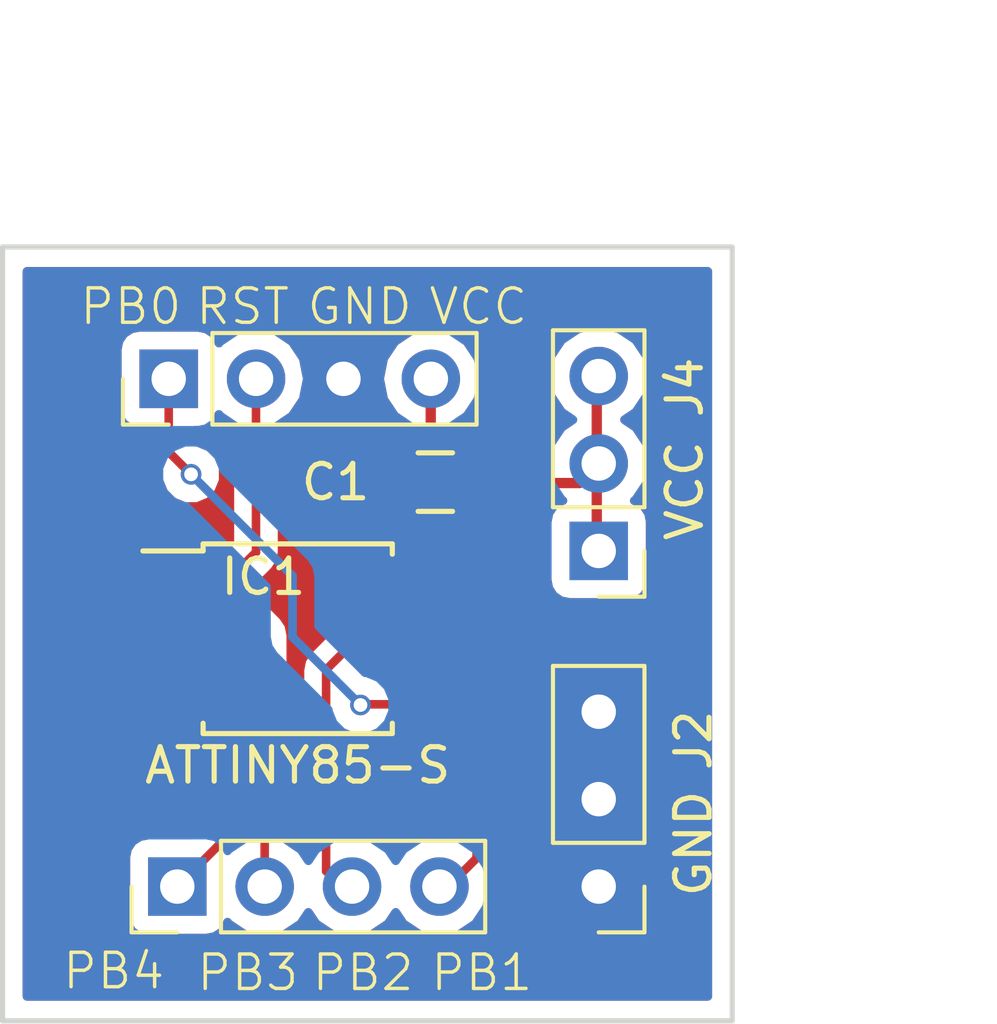
<source format=kicad_pcb>
(kicad_pcb (version 4) (host pcbnew 4.0.7)

  (general
    (links 16)
    (no_connects 0)
    (area 127.775 83.5 162.65 114.875)
    (thickness 1.6)
    (drawings 14)
    (tracks 50)
    (zones 0)
    (modules 6)
    (nets 9)
  )

  (page A4)
  (layers
    (0 F.Cu signal)
    (31 B.Cu signal)
    (32 B.Adhes user hide)
    (33 F.Adhes user hide)
    (34 B.Paste user hide)
    (35 F.Paste user hide)
    (36 B.SilkS user)
    (37 F.SilkS user)
    (38 B.Mask user)
    (39 F.Mask user)
    (40 Dwgs.User user hide)
    (41 Cmts.User user)
    (42 Eco1.User user hide)
    (43 Eco2.User user hide)
    (44 Edge.Cuts user)
    (45 Margin user)
    (46 B.CrtYd user)
    (47 F.CrtYd user)
    (48 B.Fab user hide)
    (49 F.Fab user hide)
  )

  (setup
    (last_trace_width 0.25)
    (trace_clearance 0.2)
    (zone_clearance 0.508)
    (zone_45_only no)
    (trace_min 0.2)
    (segment_width 0.2)
    (edge_width 0.15)
    (via_size 0.6)
    (via_drill 0.4)
    (via_min_size 0.4)
    (via_min_drill 0.3)
    (uvia_size 0.3)
    (uvia_drill 0.1)
    (uvias_allowed no)
    (uvia_min_size 0.2)
    (uvia_min_drill 0.1)
    (pcb_text_width 0.3)
    (pcb_text_size 1.5 1.5)
    (mod_edge_width 0.15)
    (mod_text_size 1 1)
    (mod_text_width 0.15)
    (pad_size 1.524 1.524)
    (pad_drill 1.016)
    (pad_to_mask_clearance 0.2)
    (aux_axis_origin 0 0)
    (visible_elements 7FFFFFFF)
    (pcbplotparams
      (layerselection 0x012fc_80000001)
      (usegerberextensions true)
      (excludeedgelayer true)
      (linewidth 0.100000)
      (plotframeref false)
      (viasonmask false)
      (mode 1)
      (useauxorigin false)
      (hpglpennumber 1)
      (hpglpenspeed 20)
      (hpglpendiameter 15)
      (hpglpenoverlay 2)
      (psnegative false)
      (psa4output false)
      (plotreference true)
      (plotvalue true)
      (plotinvisibletext false)
      (padsonsilk false)
      (subtractmaskfromsilk false)
      (outputformat 1)
      (mirror false)
      (drillshape 0)
      (scaleselection 1)
      (outputdirectory gerber/))
  )

  (net 0 "")
  (net 1 RST)
  (net 2 PB3)
  (net 3 PB4)
  (net 4 GND)
  (net 5 PB0)
  (net 6 PB1)
  (net 7 PB2)
  (net 8 VCC)

  (net_class Default "This is the default net class."
    (clearance 0.2)
    (trace_width 0.25)
    (via_dia 0.6)
    (via_drill 0.4)
    (uvia_dia 0.3)
    (uvia_drill 0.1)
    (add_net PB0)
    (add_net PB1)
    (add_net PB2)
    (add_net PB3)
    (add_net PB4)
    (add_net RST)
  )

  (net_class Alim ""
    (clearance 0.2)
    (trace_width 0.3)
    (via_dia 0.9)
    (via_drill 0.5)
    (uvia_dia 0.3)
    (uvia_drill 0.1)
    (add_net GND)
    (add_net VCC)
  )

  (module Housings_SOIC:SOIJ-8_5.3x5.3mm_Pitch1.27mm (layer F.Cu) (tedit 5A07DD07) (tstamp 5A07DA51)
    (at 138.5 101.55)
    (descr "8-Lead Plastic Small Outline (SM) - Medium, 5.28 mm Body [SOIC] (see Microchip Packaging Specification 00000049BS.pdf)")
    (tags "SOIC 1.27")
    (path /567108AD)
    (attr smd)
    (fp_text reference IC1 (at -1 -1.8) (layer F.SilkS)
      (effects (font (size 1 1) (thickness 0.15)))
    )
    (fp_text value ATTINY85-S (at 0 3.68) (layer F.SilkS)
      (effects (font (size 1 1) (thickness 0.15)))
    )
    (fp_line (start -1.65 -2.65) (end 2.65 -2.65) (layer F.Fab) (width 0.15))
    (fp_line (start 2.65 -2.65) (end 2.65 2.65) (layer F.Fab) (width 0.15))
    (fp_line (start 2.65 2.65) (end -2.65 2.65) (layer F.Fab) (width 0.15))
    (fp_line (start -2.65 2.65) (end -2.65 -1.65) (layer F.Fab) (width 0.15))
    (fp_line (start -2.65 -1.65) (end -1.65 -2.65) (layer F.Fab) (width 0.15))
    (fp_line (start -4.75 -2.95) (end -4.75 2.95) (layer F.CrtYd) (width 0.05))
    (fp_line (start 4.75 -2.95) (end 4.75 2.95) (layer F.CrtYd) (width 0.05))
    (fp_line (start -4.75 -2.95) (end 4.75 -2.95) (layer F.CrtYd) (width 0.05))
    (fp_line (start -4.75 2.95) (end 4.75 2.95) (layer F.CrtYd) (width 0.05))
    (fp_line (start -2.75 -2.755) (end -2.75 -2.55) (layer F.SilkS) (width 0.15))
    (fp_line (start 2.75 -2.755) (end 2.75 -2.455) (layer F.SilkS) (width 0.15))
    (fp_line (start 2.75 2.755) (end 2.75 2.455) (layer F.SilkS) (width 0.15))
    (fp_line (start -2.75 2.755) (end -2.75 2.455) (layer F.SilkS) (width 0.15))
    (fp_line (start -2.75 -2.755) (end 2.75 -2.755) (layer F.SilkS) (width 0.15))
    (fp_line (start -2.75 2.755) (end 2.75 2.755) (layer F.SilkS) (width 0.15))
    (fp_line (start -2.75 -2.55) (end -4.5 -2.55) (layer F.SilkS) (width 0.15))
    (pad 1 smd rect (at -3.65 -1.905) (size 1.7 0.65) (layers F.Cu F.Paste F.Mask)
      (net 1 RST))
    (pad 2 smd rect (at -3.65 -0.635) (size 1.7 0.65) (layers F.Cu F.Paste F.Mask)
      (net 2 PB3))
    (pad 3 smd rect (at -3.65 0.635) (size 1.7 0.65) (layers F.Cu F.Paste F.Mask)
      (net 3 PB4))
    (pad 4 smd rect (at -3.65 1.905) (size 1.7 0.65) (layers F.Cu F.Paste F.Mask)
      (net 4 GND))
    (pad 5 smd rect (at 3.65 1.905) (size 1.7 0.65) (layers F.Cu F.Paste F.Mask)
      (net 5 PB0))
    (pad 6 smd rect (at 3.65 0.635) (size 1.7 0.65) (layers F.Cu F.Paste F.Mask)
      (net 6 PB1))
    (pad 7 smd rect (at 3.65 -0.635) (size 1.7 0.65) (layers F.Cu F.Paste F.Mask)
      (net 7 PB2))
    (pad 8 smd rect (at 3.65 -1.905) (size 1.7 0.65) (layers F.Cu F.Paste F.Mask)
      (net 8 VCC))
    (model Housings_SOIC.3dshapes/SOIJ-8_5.3x5.3mm_Pitch1.27mm.wrl
      (at (xyz 0 0 0))
      (scale (xyz 1 1 1))
      (rotate (xyz 0 0 0))
    )
  )

  (module Pin_Headers:Pin_Header_Straight_1x04_Pitch2.54mm (layer F.Cu) (tedit 5A29898F) (tstamp 5A07DA6C)
    (at 135 108.75 90)
    (descr "Through hole straight pin header, 1x04, 2.54mm pitch, single row")
    (tags "Through hole pin header THT 1x04 2.54mm single row")
    (path /5673F045)
    (fp_text reference J1 (at 0 -6.25 90) (layer F.SilkS) hide
      (effects (font (size 1 1) (thickness 0.15)))
    )
    (fp_text value "Connecteur 1" (at -5.05 4 180) (layer F.Fab) hide
      (effects (font (size 1 1) (thickness 0.15)))
    )
    (fp_line (start -0.635 -1.27) (end 1.27 -1.27) (layer F.Fab) (width 0.1))
    (fp_line (start 1.27 -1.27) (end 1.27 8.89) (layer F.Fab) (width 0.1))
    (fp_line (start 1.27 8.89) (end -1.27 8.89) (layer F.Fab) (width 0.1))
    (fp_line (start -1.27 8.89) (end -1.27 -0.635) (layer F.Fab) (width 0.1))
    (fp_line (start -1.27 -0.635) (end -0.635 -1.27) (layer F.Fab) (width 0.1))
    (fp_line (start -1.33 8.95) (end 1.33 8.95) (layer F.SilkS) (width 0.12))
    (fp_line (start -1.33 1.27) (end -1.33 8.95) (layer F.SilkS) (width 0.12))
    (fp_line (start 1.33 1.27) (end 1.33 8.95) (layer F.SilkS) (width 0.12))
    (fp_line (start -1.33 1.27) (end 1.33 1.27) (layer F.SilkS) (width 0.12))
    (fp_line (start -1.33 0) (end -1.33 -1.33) (layer F.SilkS) (width 0.12))
    (fp_line (start -1.33 -1.33) (end 0 -1.33) (layer F.SilkS) (width 0.12))
    (fp_line (start -1.8 -1.8) (end -1.8 9.4) (layer F.CrtYd) (width 0.05))
    (fp_line (start -1.8 9.4) (end 1.8 9.4) (layer F.CrtYd) (width 0.05))
    (fp_line (start 1.8 9.4) (end 1.8 -1.8) (layer F.CrtYd) (width 0.05))
    (fp_line (start 1.8 -1.8) (end -1.8 -1.8) (layer F.CrtYd) (width 0.05))
    (fp_text user %R (at 0 3.81 180) (layer F.Fab)
      (effects (font (size 1 1) (thickness 0.15)))
    )
    (pad 1 thru_hole rect (at 0 0 90) (size 1.7 1.7) (drill 1) (layers *.Cu *.Mask)
      (net 3 PB4))
    (pad 2 thru_hole oval (at 0 2.54 90) (size 1.7 1.7) (drill 1) (layers *.Cu *.Mask)
      (net 2 PB3))
    (pad 3 thru_hole oval (at 0 5.08 90) (size 1.7 1.7) (drill 1) (layers *.Cu *.Mask)
      (net 7 PB2))
    (pad 4 thru_hole oval (at 0 7.62 90) (size 1.7 1.7) (drill 1) (layers *.Cu *.Mask)
      (net 6 PB1))
    (model ${KISYS3DMOD}/Pin_Headers.3dshapes/Pin_Header_Straight_1x04_Pitch2.54mm.wrl
      (at (xyz 0 0 0))
      (scale (xyz 1 1 1))
      (rotate (xyz 0 0 0))
    )
  )

  (module Pin_Headers:Pin_Header_Straight_1x04_Pitch2.54mm (layer F.Cu) (tedit 5A298999) (tstamp 5A07DA83)
    (at 134.75 94 90)
    (descr "Through hole straight pin header, 1x04, 2.54mm pitch, single row")
    (tags "Through hole pin header THT 1x04 2.54mm single row")
    (path /5673F097)
    (fp_text reference J3 (at 0 -6 90) (layer F.SilkS) hide
      (effects (font (size 1 1) (thickness 0.15)))
    )
    (fp_text value "Connecteur 2" (at 5 3.05 180) (layer F.Fab) hide
      (effects (font (size 1 1) (thickness 0.15)))
    )
    (fp_line (start -0.635 -1.27) (end 1.27 -1.27) (layer F.Fab) (width 0.1))
    (fp_line (start 1.27 -1.27) (end 1.27 8.89) (layer F.Fab) (width 0.1))
    (fp_line (start 1.27 8.89) (end -1.27 8.89) (layer F.Fab) (width 0.1))
    (fp_line (start -1.27 8.89) (end -1.27 -0.635) (layer F.Fab) (width 0.1))
    (fp_line (start -1.27 -0.635) (end -0.635 -1.27) (layer F.Fab) (width 0.1))
    (fp_line (start -1.33 8.95) (end 1.33 8.95) (layer F.SilkS) (width 0.12))
    (fp_line (start -1.33 1.27) (end -1.33 8.95) (layer F.SilkS) (width 0.12))
    (fp_line (start 1.33 1.27) (end 1.33 8.95) (layer F.SilkS) (width 0.12))
    (fp_line (start -1.33 1.27) (end 1.33 1.27) (layer F.SilkS) (width 0.12))
    (fp_line (start -1.33 0) (end -1.33 -1.33) (layer F.SilkS) (width 0.12))
    (fp_line (start -1.33 -1.33) (end 0 -1.33) (layer F.SilkS) (width 0.12))
    (fp_line (start -1.8 -1.8) (end -1.8 9.4) (layer F.CrtYd) (width 0.05))
    (fp_line (start -1.8 9.4) (end 1.8 9.4) (layer F.CrtYd) (width 0.05))
    (fp_line (start 1.8 9.4) (end 1.8 -1.8) (layer F.CrtYd) (width 0.05))
    (fp_line (start 1.8 -1.8) (end -1.8 -1.8) (layer F.CrtYd) (width 0.05))
    (fp_text user %R (at 0 3.81 180) (layer F.Fab)
      (effects (font (size 1 1) (thickness 0.15)))
    )
    (pad 1 thru_hole rect (at 0 0 90) (size 1.7 1.7) (drill 1) (layers *.Cu *.Mask)
      (net 5 PB0))
    (pad 2 thru_hole oval (at 0 2.54 90) (size 1.7 1.7) (drill 1) (layers *.Cu *.Mask)
      (net 1 RST))
    (pad 3 thru_hole oval (at 0 5.08 90) (size 1.7 1.7) (drill 1) (layers *.Cu *.Mask)
      (net 4 GND))
    (pad 4 thru_hole oval (at 0 7.62 90) (size 1.7 1.7) (drill 1) (layers *.Cu *.Mask)
      (net 8 VCC))
    (model ${KISYS3DMOD}/Pin_Headers.3dshapes/Pin_Header_Straight_1x04_Pitch2.54mm.wrl
      (at (xyz 0 0 0))
      (scale (xyz 1 1 1))
      (rotate (xyz 0 0 0))
    )
  )

  (module Pin_Headers:Pin_Header_Straight_1x03_Pitch2.54mm (layer F.Cu) (tedit 5A298985) (tstamp 5A07DA9A)
    (at 147.25 108.75 180)
    (descr "Through hole straight pin header, 1x03, 2.54mm pitch, single row")
    (tags "Through hole pin header THT 1x03 2.54mm single row")
    (path /5673FD04)
    (fp_text reference J2 (at -2.75 4.25 270) (layer F.SilkS)
      (effects (font (size 1 1) (thickness 0.15)))
    )
    (fp_text value GND (at -2.75 1.25 270) (layer F.SilkS)
      (effects (font (size 1 1) (thickness 0.15)))
    )
    (fp_line (start -0.635 -1.27) (end 1.27 -1.27) (layer F.Fab) (width 0.1))
    (fp_line (start 1.27 -1.27) (end 1.27 6.35) (layer F.Fab) (width 0.1))
    (fp_line (start 1.27 6.35) (end -1.27 6.35) (layer F.Fab) (width 0.1))
    (fp_line (start -1.27 6.35) (end -1.27 -0.635) (layer F.Fab) (width 0.1))
    (fp_line (start -1.27 -0.635) (end -0.635 -1.27) (layer F.Fab) (width 0.1))
    (fp_line (start -1.33 6.41) (end 1.33 6.41) (layer F.SilkS) (width 0.12))
    (fp_line (start -1.33 1.27) (end -1.33 6.41) (layer F.SilkS) (width 0.12))
    (fp_line (start 1.33 1.27) (end 1.33 6.41) (layer F.SilkS) (width 0.12))
    (fp_line (start -1.33 1.27) (end 1.33 1.27) (layer F.SilkS) (width 0.12))
    (fp_line (start -1.33 0) (end -1.33 -1.33) (layer F.SilkS) (width 0.12))
    (fp_line (start -1.33 -1.33) (end 0 -1.33) (layer F.SilkS) (width 0.12))
    (fp_line (start -1.8 -1.8) (end -1.8 6.85) (layer F.CrtYd) (width 0.05))
    (fp_line (start -1.8 6.85) (end 1.8 6.85) (layer F.CrtYd) (width 0.05))
    (fp_line (start 1.8 6.85) (end 1.8 -1.8) (layer F.CrtYd) (width 0.05))
    (fp_line (start 1.8 -1.8) (end -1.8 -1.8) (layer F.CrtYd) (width 0.05))
    (fp_text user %R (at 0 2.54 270) (layer F.Fab)
      (effects (font (size 1 1) (thickness 0.15)))
    )
    (pad 1 thru_hole rect (at 0 0 180) (size 1.7 1.7) (drill 1) (layers *.Cu *.Mask)
      (net 4 GND))
    (pad 2 thru_hole oval (at 0 2.54 180) (size 1.7 1.7) (drill 1) (layers *.Cu *.Mask)
      (net 4 GND))
    (pad 3 thru_hole oval (at 0 5.08 180) (size 1.7 1.7) (drill 1) (layers *.Cu *.Mask)
      (net 4 GND))
    (model ${KISYS3DMOD}/Pin_Headers.3dshapes/Pin_Header_Straight_1x03_Pitch2.54mm.wrl
      (at (xyz 0 0 0))
      (scale (xyz 1 1 1))
      (rotate (xyz 0 0 0))
    )
  )

  (module Pin_Headers:Pin_Header_Straight_1x03_Pitch2.54mm (layer F.Cu) (tedit 5A298971) (tstamp 5A07DAB0)
    (at 147.25 99 180)
    (descr "Through hole straight pin header, 1x03, 2.54mm pitch, single row")
    (tags "Through hole pin header THT 1x03 2.54mm single row")
    (path /5673FCC4)
    (fp_text reference J4 (at -2.5 4.75 270) (layer F.SilkS)
      (effects (font (size 1 1) (thickness 0.15)))
    )
    (fp_text value VCC (at -2.5 1.75 270) (layer F.SilkS)
      (effects (font (size 1 1) (thickness 0.15)))
    )
    (fp_line (start -0.635 -1.27) (end 1.27 -1.27) (layer F.Fab) (width 0.1))
    (fp_line (start 1.27 -1.27) (end 1.27 6.35) (layer F.Fab) (width 0.1))
    (fp_line (start 1.27 6.35) (end -1.27 6.35) (layer F.Fab) (width 0.1))
    (fp_line (start -1.27 6.35) (end -1.27 -0.635) (layer F.Fab) (width 0.1))
    (fp_line (start -1.27 -0.635) (end -0.635 -1.27) (layer F.Fab) (width 0.1))
    (fp_line (start -1.33 6.41) (end 1.33 6.41) (layer F.SilkS) (width 0.12))
    (fp_line (start -1.33 1.27) (end -1.33 6.41) (layer F.SilkS) (width 0.12))
    (fp_line (start 1.33 1.27) (end 1.33 6.41) (layer F.SilkS) (width 0.12))
    (fp_line (start -1.33 1.27) (end 1.33 1.27) (layer F.SilkS) (width 0.12))
    (fp_line (start -1.33 0) (end -1.33 -1.33) (layer F.SilkS) (width 0.12))
    (fp_line (start -1.33 -1.33) (end 0 -1.33) (layer F.SilkS) (width 0.12))
    (fp_line (start -1.8 -1.8) (end -1.8 6.85) (layer F.CrtYd) (width 0.05))
    (fp_line (start -1.8 6.85) (end 1.8 6.85) (layer F.CrtYd) (width 0.05))
    (fp_line (start 1.8 6.85) (end 1.8 -1.8) (layer F.CrtYd) (width 0.05))
    (fp_line (start 1.8 -1.8) (end -1.8 -1.8) (layer F.CrtYd) (width 0.05))
    (fp_text user %R (at 0 2.54 270) (layer F.Fab)
      (effects (font (size 1 1) (thickness 0.15)))
    )
    (pad 1 thru_hole rect (at 0 0 180) (size 1.7 1.7) (drill 1) (layers *.Cu *.Mask)
      (net 8 VCC))
    (pad 2 thru_hole oval (at 0 2.54 180) (size 1.7 1.7) (drill 1) (layers *.Cu *.Mask)
      (net 8 VCC))
    (pad 3 thru_hole oval (at 0 5.08 180) (size 1.7 1.7) (drill 1) (layers *.Cu *.Mask)
      (net 8 VCC))
    (model ${KISYS3DMOD}/Pin_Headers.3dshapes/Pin_Header_Straight_1x03_Pitch2.54mm.wrl
      (at (xyz 0 0 0))
      (scale (xyz 1 1 1))
      (rotate (xyz 0 0 0))
    )
  )

  (module Capacitors_SMD:C_0805 (layer F.Cu) (tedit 5A2991DB) (tstamp 5A07DCE6)
    (at 142.5 97 180)
    (descr "Capacitor SMD 0805, reflow soldering, AVX (see smccp.pdf)")
    (tags "capacitor 0805")
    (path /5A07DC39)
    (attr smd)
    (fp_text reference C1 (at 2.9 0 180) (layer F.SilkS)
      (effects (font (size 1 1) (thickness 0.15)))
    )
    (fp_text value 10uF (at -3.7 8 180) (layer F.Fab) hide
      (effects (font (size 1 1) (thickness 0.15)))
    )
    (fp_line (start -1 0.625) (end -1 -0.625) (layer F.Fab) (width 0.15))
    (fp_line (start 1 0.625) (end -1 0.625) (layer F.Fab) (width 0.15))
    (fp_line (start 1 -0.625) (end 1 0.625) (layer F.Fab) (width 0.15))
    (fp_line (start -1 -0.625) (end 1 -0.625) (layer F.Fab) (width 0.15))
    (fp_line (start -1.8 -1) (end 1.8 -1) (layer F.CrtYd) (width 0.05))
    (fp_line (start -1.8 1) (end 1.8 1) (layer F.CrtYd) (width 0.05))
    (fp_line (start -1.8 -1) (end -1.8 1) (layer F.CrtYd) (width 0.05))
    (fp_line (start 1.8 -1) (end 1.8 1) (layer F.CrtYd) (width 0.05))
    (fp_line (start 0.5 -0.85) (end -0.5 -0.85) (layer F.SilkS) (width 0.15))
    (fp_line (start -0.5 0.85) (end 0.5 0.85) (layer F.SilkS) (width 0.15))
    (pad 1 smd rect (at -1 0 180) (size 1 1.25) (layers F.Cu F.Paste F.Mask)
      (net 8 VCC))
    (pad 2 smd rect (at 1 0 180) (size 1 1.25) (layers F.Cu F.Paste F.Mask)
      (net 4 GND))
    (model Capacitors_SMD.3dshapes/C_0805.wrl
      (at (xyz 0 0 0))
      (scale (xyz 1 1 1))
      (rotate (xyz 0 0 0))
    )
  )

  (dimension 22.4 (width 0.3) (layer Cmts.User)
    (gr_text "22.400 mm" (at 156.15 101.4 90) (layer Cmts.User)
      (effects (font (size 1.5 1.5) (thickness 0.3)))
    )
    (feature1 (pts (xy 151.2 90.2) (xy 157.5 90.2)))
    (feature2 (pts (xy 151.2 112.6) (xy 157.5 112.6)))
    (crossbar (pts (xy 154.8 112.6) (xy 154.8 90.2)))
    (arrow1a (pts (xy 154.8 90.2) (xy 155.386421 91.326504)))
    (arrow1b (pts (xy 154.8 90.2) (xy 154.213579 91.326504)))
    (arrow2a (pts (xy 154.8 112.6) (xy 155.386421 111.473496)))
    (arrow2b (pts (xy 154.8 112.6) (xy 154.213579 111.473496)))
  )
  (dimension 21 (width 0.3) (layer Cmts.User)
    (gr_text "21.000 mm" (at 140.5 84.85) (layer Cmts.User)
      (effects (font (size 1.5 1.5) (thickness 0.3)))
    )
    (feature1 (pts (xy 151 90.2) (xy 151 83.5)))
    (feature2 (pts (xy 130 90.2) (xy 130 83.5)))
    (crossbar (pts (xy 130 86.2) (xy 151 86.2)))
    (arrow1a (pts (xy 151 86.2) (xy 149.873496 86.786421)))
    (arrow1b (pts (xy 151 86.2) (xy 149.873496 85.613579)))
    (arrow2a (pts (xy 130 86.2) (xy 131.126504 86.786421)))
    (arrow2b (pts (xy 130 86.2) (xy 131.126504 85.613579)))
  )
  (gr_text VCC (at 143.75 91.9) (layer F.SilkS)
    (effects (font (size 1 1) (thickness 0.1)))
  )
  (gr_text GND (at 140.3 91.9) (layer F.SilkS)
    (effects (font (size 1 1) (thickness 0.1)))
  )
  (gr_text RST (at 136.9 91.9) (layer F.SilkS)
    (effects (font (size 1 1) (thickness 0.1)))
  )
  (gr_text PB0 (at 133.65 91.9) (layer F.SilkS)
    (effects (font (size 1 1) (thickness 0.1)))
  )
  (gr_text "PB1\n" (at 143.85 111.25) (layer F.SilkS)
    (effects (font (size 1 1) (thickness 0.1)))
  )
  (gr_text PB2 (at 140.4 111.25) (layer F.SilkS)
    (effects (font (size 1 1) (thickness 0.1)))
  )
  (gr_text PB3 (at 137.05 111.25) (layer F.SilkS)
    (effects (font (size 1 1) (thickness 0.1)))
  )
  (gr_text PB4 (at 133.15 111.2) (layer F.SilkS)
    (effects (font (size 1 1) (thickness 0.1)))
  )
  (gr_line (start 129.921 112.649) (end 129.921 90.17) (angle 90) (layer Edge.Cuts) (width 0.15))
  (gr_line (start 151.13 112.649) (end 129.921 112.649) (angle 90) (layer Edge.Cuts) (width 0.15))
  (gr_line (start 151.13 90.17) (end 151.13 112.649) (angle 90) (layer Edge.Cuts) (width 0.15))
  (gr_line (start 129.921 90.17) (end 151.13 90.17) (angle 90) (layer Edge.Cuts) (width 0.15))

  (segment (start 134.85 99.645) (end 136.68 99.645) (width 0.25) (layer F.Cu) (net 1))
  (segment (start 137.287 97.282) (end 137.287 93.98) (width 0.25) (layer F.Cu) (net 1) (status 80000))
  (segment (start 137.287 99.038) (end 137.287 97.282) (width 0.25) (layer F.Cu) (net 1) (tstamp 5A2AE154))
  (segment (start 136.68 99.645) (end 137.287 99.038) (width 0.25) (layer F.Cu) (net 1) (tstamp 5A2AE153))
  (segment (start 137.287 93.98) (end 137.29 94) (width 0.25) (layer F.Cu) (net 1) (tstamp 5A2AE146) (status 80000))
  (segment (start 134.85 100.915) (end 137.015 100.915) (width 0.25) (layer F.Cu) (net 2))
  (segment (start 137.54 101.44) (end 137.54 108.75) (width 0.25) (layer F.Cu) (net 2) (tstamp 5A2AE1BD))
  (segment (start 137.015 100.915) (end 137.54 101.44) (width 0.25) (layer F.Cu) (net 2) (tstamp 5A2AE1BA))
  (segment (start 134.85 102.185) (end 136.11 102.185) (width 0.25) (layer F.Cu) (net 3))
  (segment (start 136.575 107.175) (end 135 108.75) (width 0.25) (layer F.Cu) (net 3) (tstamp 5A2AE1D5))
  (segment (start 136.575 102.65) (end 136.575 107.175) (width 0.25) (layer F.Cu) (net 3) (tstamp 5A2AE1D3))
  (segment (start 136.11 102.185) (end 136.575 102.65) (width 0.25) (layer F.Cu) (net 3) (tstamp 5A2AE1D0))
  (segment (start 136.542 97.917) (end 135.4 96.775) (width 0.25) (layer B.Cu) (net 5))
  (segment (start 140.345 103.455) (end 140.325 103.475) (width 0.25) (layer F.Cu) (net 5) (tstamp 5A2AE184))
  (via (at 140.325 103.475) (size 0.6) (drill 0.4) (layers F.Cu B.Cu) (net 5))
  (segment (start 140.325 103.475) (end 138.35 101.5) (width 0.25) (layer B.Cu) (net 5) (tstamp 5A2AE186))
  (segment (start 138.35 101.5) (end 138.35 99.725) (width 0.25) (layer B.Cu) (net 5) (tstamp 5A2AE187))
  (segment (start 138.35 99.725) (end 136.542 97.917) (width 0.25) (layer B.Cu) (net 5) (tstamp 5A2AE189))
  (segment (start 142.15 103.455) (end 140.345 103.455) (width 0.25) (layer F.Cu) (net 5))
  (segment (start 134.75 96.125) (end 134.75 94) (width 0.25) (layer F.Cu) (net 5) (tstamp 5A2AE218))
  (segment (start 135.4 96.775) (end 134.75 96.125) (width 0.25) (layer F.Cu) (net 5) (tstamp 5A2AE217))
  (via (at 135.4 96.775) (size 0.6) (drill 0.4) (layers F.Cu B.Cu) (net 5))
  (segment (start 142.62 108.75) (end 142.875 108.75) (width 0.25) (layer F.Cu) (net 6))
  (segment (start 142.875 108.75) (end 143.7 107.925) (width 0.25) (layer F.Cu) (net 6) (tstamp 5A2AE161))
  (segment (start 142.15 102.185) (end 143.485 102.185) (width 0.25) (layer F.Cu) (net 6))
  (segment (start 143.7 102.4) (end 143.7 107.925) (width 0.25) (layer F.Cu) (net 6) (tstamp 5A2AE15B))
  (segment (start 143.485 102.185) (end 143.7 102.4) (width 0.25) (layer F.Cu) (net 6) (tstamp 5A2AE15A))
  (segment (start 140.08 108.75) (end 139.775 108.75) (width 0.25) (layer F.Cu) (net 7))
  (segment (start 139.775 108.75) (end 139.325 108.3) (width 0.25) (layer F.Cu) (net 7) (tstamp 5A2AE17C))
  (segment (start 139.325 108.3) (end 139.325 102.45) (width 0.25) (layer F.Cu) (net 7) (tstamp 5A2AE17D))
  (segment (start 140.86 100.915) (end 142.15 100.915) (width 0.25) (layer F.Cu) (net 7))
  (segment (start 140.86 100.915) (end 139.325 102.45) (width 0.25) (layer F.Cu) (net 7) (tstamp 5A2AE168))
  (segment (start 143.5 97) (end 143.51 97.028) (width 0.3) (layer F.Cu) (net 8) (status 80000))
  (segment (start 143.51 97.028) (end 142.113 98.425) (width 0.3) (layer F.Cu) (net 8) (status 80000))
  (segment (start 142.113 98.425) (end 142.113 99.695) (width 0.3) (layer F.Cu) (net 8) (status 80000))
  (segment (start 142.113 99.695) (end 142.15 99.645) (width 0.3) (layer F.Cu) (net 8) (tstamp 5A2ADAD0) (status 80000))
  (segment (start 143.5 97) (end 143.51 97.028) (width 0.3) (layer F.Cu) (net 8) (status 80000))
  (segment (start 143.51 97.028) (end 142.367 95.885) (width 0.3) (layer F.Cu) (net 8) (status 80000))
  (segment (start 142.367 95.885) (end 142.367 93.98) (width 0.3) (layer F.Cu) (net 8) (status 80000))
  (segment (start 142.367 93.98) (end 142.37 94) (width 0.3) (layer F.Cu) (net 8) (tstamp 5A2ADACF) (status 80000))
  (segment (start 143.5 97) (end 143.51 97.028) (width 0.3) (layer F.Cu) (net 8) (status 80000))
  (segment (start 143.51 97.028) (end 146.685 97.028) (width 0.3) (layer F.Cu) (net 8) (status 80000))
  (segment (start 146.685 97.028) (end 147.193 96.52) (width 0.3) (layer F.Cu) (net 8) (status 80000))
  (segment (start 147.193 96.52) (end 147.25 96.46) (width 0.3) (layer F.Cu) (net 8) (tstamp 5A2ADACE) (status 80000))
  (segment (start 147.25 96.46) (end 147.193 96.52) (width 0.3) (layer F.Cu) (net 8) (status 80000))
  (segment (start 147.193 96.52) (end 147.193 99.06) (width 0.3) (layer F.Cu) (net 8) (status 80000))
  (segment (start 147.193 99.06) (end 147.25 99) (width 0.3) (layer F.Cu) (net 8) (tstamp 5A2ADACD) (status 80000))
  (segment (start 147.25 96.46) (end 147.193 96.52) (width 0.3) (layer F.Cu) (net 8) (status 80000))
  (segment (start 147.193 96.52) (end 147.193 93.98) (width 0.3) (layer F.Cu) (net 8) (status 80000))
  (segment (start 147.193 93.98) (end 147.25 93.92) (width 0.3) (layer F.Cu) (net 8) (tstamp 5A2ADACC) (status 80000))

  (zone (net 4) (net_name GND) (layer B.Cu) (tstamp 56B8618E) (hatch edge 0.508)
    (connect_pads yes (clearance 0.508))
    (min_thickness 0.254)
    (fill yes (arc_segments 16) (thermal_gap 0.508) (thermal_bridge_width 0.508))
    (polygon
      (pts
        (xy 151.13 112.649) (xy 129.921 112.649) (xy 129.921 90.17) (xy 151.13 90.17)
      )
    )
    (filled_polygon
      (pts
        (xy 150.42 111.939) (xy 130.631 111.939) (xy 130.631 107.9) (xy 133.50256 107.9) (xy 133.50256 109.6)
        (xy 133.546838 109.835317) (xy 133.68591 110.051441) (xy 133.89811 110.196431) (xy 134.15 110.24744) (xy 135.85 110.24744)
        (xy 136.085317 110.203162) (xy 136.301441 110.06409) (xy 136.446431 109.85189) (xy 136.460086 109.784459) (xy 136.489946 109.829147)
        (xy 136.971715 110.151054) (xy 137.54 110.264093) (xy 138.108285 110.151054) (xy 138.590054 109.829147) (xy 138.81 109.499974)
        (xy 139.029946 109.829147) (xy 139.511715 110.151054) (xy 140.08 110.264093) (xy 140.648285 110.151054) (xy 141.130054 109.829147)
        (xy 141.35 109.499974) (xy 141.569946 109.829147) (xy 142.051715 110.151054) (xy 142.62 110.264093) (xy 143.188285 110.151054)
        (xy 143.670054 109.829147) (xy 143.991961 109.347378) (xy 144.105 108.779093) (xy 144.105 108.720907) (xy 143.991961 108.152622)
        (xy 143.670054 107.670853) (xy 143.188285 107.348946) (xy 142.62 107.235907) (xy 142.051715 107.348946) (xy 141.569946 107.670853)
        (xy 141.35 108.000026) (xy 141.130054 107.670853) (xy 140.648285 107.348946) (xy 140.08 107.235907) (xy 139.511715 107.348946)
        (xy 139.029946 107.670853) (xy 138.81 108.000026) (xy 138.590054 107.670853) (xy 138.108285 107.348946) (xy 137.54 107.235907)
        (xy 136.971715 107.348946) (xy 136.489946 107.670853) (xy 136.46215 107.712452) (xy 136.453162 107.664683) (xy 136.31409 107.448559)
        (xy 136.10189 107.303569) (xy 135.85 107.25256) (xy 134.15 107.25256) (xy 133.914683 107.296838) (xy 133.698559 107.43591)
        (xy 133.553569 107.64811) (xy 133.50256 107.9) (xy 130.631 107.9) (xy 130.631 96.960167) (xy 134.464838 96.960167)
        (xy 134.606883 97.303943) (xy 134.869673 97.567192) (xy 135.213201 97.709838) (xy 135.260077 97.709879) (xy 137.59 100.039802)
        (xy 137.59 101.5) (xy 137.647852 101.790839) (xy 137.812599 102.037401) (xy 139.389878 103.61468) (xy 139.389838 103.660167)
        (xy 139.531883 104.003943) (xy 139.794673 104.267192) (xy 140.138201 104.409838) (xy 140.510167 104.410162) (xy 140.853943 104.268117)
        (xy 141.117192 104.005327) (xy 141.259838 103.661799) (xy 141.260162 103.289833) (xy 141.118117 102.946057) (xy 140.855327 102.682808)
        (xy 140.511799 102.540162) (xy 140.464923 102.540121) (xy 139.11 101.185198) (xy 139.11 99.725) (xy 139.052148 99.434161)
        (xy 138.887401 99.187599) (xy 136.335122 96.63532) (xy 136.335162 96.589833) (xy 136.193117 96.246057) (xy 135.930327 95.982808)
        (xy 135.586799 95.840162) (xy 135.214833 95.839838) (xy 134.871057 95.981883) (xy 134.607808 96.244673) (xy 134.465162 96.588201)
        (xy 134.464838 96.960167) (xy 130.631 96.960167) (xy 130.631 93.15) (xy 133.25256 93.15) (xy 133.25256 94.85)
        (xy 133.296838 95.085317) (xy 133.43591 95.301441) (xy 133.64811 95.446431) (xy 133.9 95.49744) (xy 135.6 95.49744)
        (xy 135.835317 95.453162) (xy 136.051441 95.31409) (xy 136.196431 95.10189) (xy 136.210086 95.034459) (xy 136.239946 95.079147)
        (xy 136.721715 95.401054) (xy 137.29 95.514093) (xy 137.858285 95.401054) (xy 138.340054 95.079147) (xy 138.661961 94.597378)
        (xy 138.775 94.029093) (xy 138.775 93.970907) (xy 140.885 93.970907) (xy 140.885 94.029093) (xy 140.998039 94.597378)
        (xy 141.319946 95.079147) (xy 141.801715 95.401054) (xy 142.37 95.514093) (xy 142.938285 95.401054) (xy 143.420054 95.079147)
        (xy 143.741961 94.597378) (xy 143.855 94.029093) (xy 143.855 93.970907) (xy 143.844874 93.92) (xy 145.735907 93.92)
        (xy 145.848946 94.488285) (xy 146.170853 94.970054) (xy 146.500026 95.19) (xy 146.170853 95.409946) (xy 145.848946 95.891715)
        (xy 145.735907 96.46) (xy 145.848946 97.028285) (xy 146.170853 97.510054) (xy 146.212452 97.53785) (xy 146.164683 97.546838)
        (xy 145.948559 97.68591) (xy 145.803569 97.89811) (xy 145.75256 98.15) (xy 145.75256 99.85) (xy 145.796838 100.085317)
        (xy 145.93591 100.301441) (xy 146.14811 100.446431) (xy 146.4 100.49744) (xy 148.1 100.49744) (xy 148.335317 100.453162)
        (xy 148.551441 100.31409) (xy 148.696431 100.10189) (xy 148.74744 99.85) (xy 148.74744 98.15) (xy 148.703162 97.914683)
        (xy 148.56409 97.698559) (xy 148.35189 97.553569) (xy 148.284459 97.539914) (xy 148.329147 97.510054) (xy 148.651054 97.028285)
        (xy 148.764093 96.46) (xy 148.651054 95.891715) (xy 148.329147 95.409946) (xy 147.999974 95.19) (xy 148.329147 94.970054)
        (xy 148.651054 94.488285) (xy 148.764093 93.92) (xy 148.651054 93.351715) (xy 148.329147 92.869946) (xy 147.847378 92.548039)
        (xy 147.279093 92.435) (xy 147.220907 92.435) (xy 146.652622 92.548039) (xy 146.170853 92.869946) (xy 145.848946 93.351715)
        (xy 145.735907 93.92) (xy 143.844874 93.92) (xy 143.741961 93.402622) (xy 143.420054 92.920853) (xy 142.938285 92.598946)
        (xy 142.37 92.485907) (xy 141.801715 92.598946) (xy 141.319946 92.920853) (xy 140.998039 93.402622) (xy 140.885 93.970907)
        (xy 138.775 93.970907) (xy 138.661961 93.402622) (xy 138.340054 92.920853) (xy 137.858285 92.598946) (xy 137.29 92.485907)
        (xy 136.721715 92.598946) (xy 136.239946 92.920853) (xy 136.21215 92.962452) (xy 136.203162 92.914683) (xy 136.06409 92.698559)
        (xy 135.85189 92.553569) (xy 135.6 92.50256) (xy 133.9 92.50256) (xy 133.664683 92.546838) (xy 133.448559 92.68591)
        (xy 133.303569 92.89811) (xy 133.25256 93.15) (xy 130.631 93.15) (xy 130.631 90.88) (xy 150.42 90.88)
      )
    )
  )
  (zone (net 4) (net_name GND) (layer F.Cu) (tstamp 56B863E9) (hatch edge 0.508)
    (connect_pads yes (clearance 0.508))
    (min_thickness 0.254)
    (fill yes (arc_segments 16) (thermal_gap 0.508) (thermal_bridge_width 0.508))
    (polygon
      (pts
        (xy 151.13 112.649) (xy 129.921 112.649) (xy 129.921 90.17) (xy 151.13 90.17)
      )
    )
    (filled_polygon
      (pts
        (xy 150.42 111.939) (xy 130.631 111.939) (xy 130.631 93.15) (xy 133.25256 93.15) (xy 133.25256 94.85)
        (xy 133.296838 95.085317) (xy 133.43591 95.301441) (xy 133.64811 95.446431) (xy 133.9 95.49744) (xy 133.99 95.49744)
        (xy 133.99 96.125) (xy 134.047852 96.415839) (xy 134.212599 96.662401) (xy 134.464878 96.91468) (xy 134.464838 96.960167)
        (xy 134.606883 97.303943) (xy 134.869673 97.567192) (xy 135.213201 97.709838) (xy 135.585167 97.710162) (xy 135.928943 97.568117)
        (xy 136.192192 97.305327) (xy 136.334838 96.961799) (xy 136.335162 96.589833) (xy 136.193117 96.246057) (xy 135.930327 95.982808)
        (xy 135.586799 95.840162) (xy 135.539923 95.840121) (xy 135.51 95.810198) (xy 135.51 95.49744) (xy 135.6 95.49744)
        (xy 135.835317 95.453162) (xy 136.051441 95.31409) (xy 136.196431 95.10189) (xy 136.210086 95.034459) (xy 136.239946 95.079147)
        (xy 136.527 95.27095) (xy 136.527 98.723198) (xy 136.365198 98.885) (xy 136.174669 98.885) (xy 136.16409 98.868559)
        (xy 135.95189 98.723569) (xy 135.7 98.67256) (xy 134 98.67256) (xy 133.764683 98.716838) (xy 133.548559 98.85591)
        (xy 133.403569 99.06811) (xy 133.35256 99.32) (xy 133.35256 99.97) (xy 133.396838 100.205317) (xy 133.444109 100.278778)
        (xy 133.403569 100.33811) (xy 133.35256 100.59) (xy 133.35256 101.24) (xy 133.396838 101.475317) (xy 133.444109 101.548778)
        (xy 133.403569 101.60811) (xy 133.35256 101.86) (xy 133.35256 102.51) (xy 133.396838 102.745317) (xy 133.53591 102.961441)
        (xy 133.74811 103.106431) (xy 134 103.15744) (xy 135.7 103.15744) (xy 135.815 103.135801) (xy 135.815 106.860198)
        (xy 135.422638 107.25256) (xy 134.15 107.25256) (xy 133.914683 107.296838) (xy 133.698559 107.43591) (xy 133.553569 107.64811)
        (xy 133.50256 107.9) (xy 133.50256 109.6) (xy 133.546838 109.835317) (xy 133.68591 110.051441) (xy 133.89811 110.196431)
        (xy 134.15 110.24744) (xy 135.85 110.24744) (xy 136.085317 110.203162) (xy 136.301441 110.06409) (xy 136.446431 109.85189)
        (xy 136.460086 109.784459) (xy 136.489946 109.829147) (xy 136.971715 110.151054) (xy 137.54 110.264093) (xy 138.108285 110.151054)
        (xy 138.590054 109.829147) (xy 138.81 109.499974) (xy 139.029946 109.829147) (xy 139.511715 110.151054) (xy 140.08 110.264093)
        (xy 140.648285 110.151054) (xy 141.130054 109.829147) (xy 141.35 109.499974) (xy 141.569946 109.829147) (xy 142.051715 110.151054)
        (xy 142.62 110.264093) (xy 143.188285 110.151054) (xy 143.670054 109.829147) (xy 143.991961 109.347378) (xy 144.105 108.779093)
        (xy 144.105 108.720907) (xy 144.084078 108.615724) (xy 144.237401 108.462401) (xy 144.402148 108.21584) (xy 144.46 107.925)
        (xy 144.46 102.4) (xy 144.402148 102.109161) (xy 144.237401 101.862599) (xy 144.022401 101.647599) (xy 143.775839 101.482852)
        (xy 143.605137 101.448897) (xy 143.64744 101.24) (xy 143.64744 100.59) (xy 143.603162 100.354683) (xy 143.555891 100.281222)
        (xy 143.596431 100.22189) (xy 143.64744 99.97) (xy 143.64744 99.32) (xy 143.603162 99.084683) (xy 143.46409 98.868559)
        (xy 143.25189 98.723569) (xy 143 98.67256) (xy 142.975598 98.67256) (xy 143.375718 98.27244) (xy 144 98.27244)
        (xy 144.235317 98.228162) (xy 144.451441 98.08909) (xy 144.596431 97.87689) (xy 144.609369 97.813) (xy 145.861722 97.813)
        (xy 145.803569 97.89811) (xy 145.75256 98.15) (xy 145.75256 99.85) (xy 145.796838 100.085317) (xy 145.93591 100.301441)
        (xy 146.14811 100.446431) (xy 146.4 100.49744) (xy 148.1 100.49744) (xy 148.335317 100.453162) (xy 148.551441 100.31409)
        (xy 148.696431 100.10189) (xy 148.74744 99.85) (xy 148.74744 98.15) (xy 148.703162 97.914683) (xy 148.56409 97.698559)
        (xy 148.35189 97.553569) (xy 148.284459 97.539914) (xy 148.329147 97.510054) (xy 148.651054 97.028285) (xy 148.764093 96.46)
        (xy 148.651054 95.891715) (xy 148.329147 95.409946) (xy 147.999974 95.19) (xy 148.329147 94.970054) (xy 148.651054 94.488285)
        (xy 148.764093 93.92) (xy 148.651054 93.351715) (xy 148.329147 92.869946) (xy 147.847378 92.548039) (xy 147.279093 92.435)
        (xy 147.220907 92.435) (xy 146.652622 92.548039) (xy 146.170853 92.869946) (xy 145.848946 93.351715) (xy 145.735907 93.92)
        (xy 145.848946 94.488285) (xy 146.170853 94.970054) (xy 146.408 95.12851) (xy 146.408 95.25149) (xy 146.170853 95.409946)
        (xy 145.848946 95.891715) (xy 145.779071 96.243) (xy 144.622602 96.243) (xy 144.603162 96.139683) (xy 144.46409 95.923559)
        (xy 144.25189 95.778569) (xy 144 95.72756) (xy 143.319718 95.72756) (xy 143.152 95.559842) (xy 143.152 95.258255)
        (xy 143.420054 95.079147) (xy 143.741961 94.597378) (xy 143.855 94.029093) (xy 143.855 93.970907) (xy 143.741961 93.402622)
        (xy 143.420054 92.920853) (xy 142.938285 92.598946) (xy 142.37 92.485907) (xy 141.801715 92.598946) (xy 141.319946 92.920853)
        (xy 140.998039 93.402622) (xy 140.885 93.970907) (xy 140.885 94.029093) (xy 140.998039 94.597378) (xy 141.319946 95.079147)
        (xy 141.582 95.254245) (xy 141.582 95.885) (xy 141.641755 96.185407) (xy 141.811921 96.440079) (xy 142.35256 96.980718)
        (xy 142.35256 97.075282) (xy 141.557921 97.869921) (xy 141.387755 98.124593) (xy 141.387755 98.124594) (xy 141.328 98.425)
        (xy 141.328 98.67256) (xy 141.3 98.67256) (xy 141.064683 98.716838) (xy 140.848559 98.85591) (xy 140.703569 99.06811)
        (xy 140.65256 99.32) (xy 140.65256 99.97) (xy 140.693598 100.1881) (xy 140.569161 100.212852) (xy 140.322599 100.377599)
        (xy 138.787599 101.912599) (xy 138.622852 102.159161) (xy 138.565 102.45) (xy 138.565 107.654112) (xy 138.3 107.477046)
        (xy 138.3 101.44) (xy 138.242148 101.149161) (xy 138.077401 100.902599) (xy 137.552401 100.377599) (xy 137.305839 100.212852)
        (xy 137.20257 100.19231) (xy 137.217401 100.182401) (xy 137.824401 99.575401) (xy 137.989148 99.328839) (xy 138.047 99.038)
        (xy 138.047 95.274959) (xy 138.340054 95.079147) (xy 138.661961 94.597378) (xy 138.775 94.029093) (xy 138.775 93.970907)
        (xy 138.661961 93.402622) (xy 138.340054 92.920853) (xy 137.858285 92.598946) (xy 137.29 92.485907) (xy 136.721715 92.598946)
        (xy 136.239946 92.920853) (xy 136.21215 92.962452) (xy 136.203162 92.914683) (xy 136.06409 92.698559) (xy 135.85189 92.553569)
        (xy 135.6 92.50256) (xy 133.9 92.50256) (xy 133.664683 92.546838) (xy 133.448559 92.68591) (xy 133.303569 92.89811)
        (xy 133.25256 93.15) (xy 130.631 93.15) (xy 130.631 90.88) (xy 150.42 90.88)
      )
    )
  )
)

</source>
